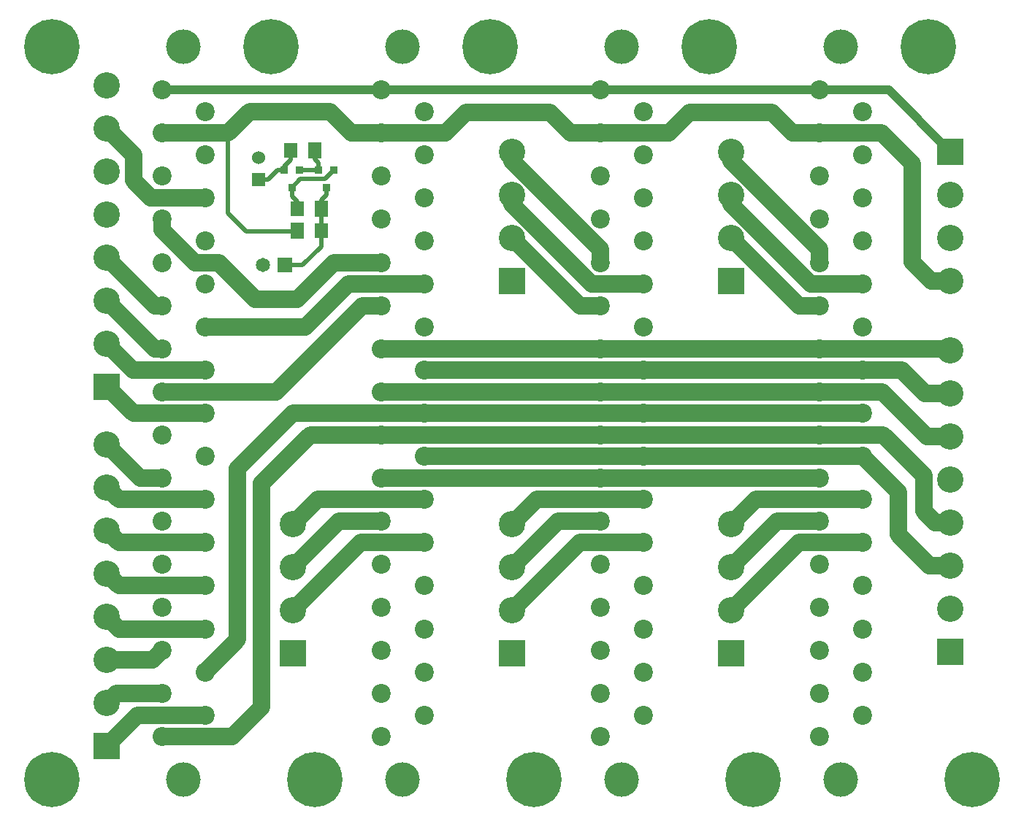
<source format=gtl>
%TF.GenerationSoftware,KiCad,Pcbnew,(6.0.7)*%
%TF.CreationDate,2024-08-18T11:11:24+02:00*%
%TF.ProjectId,BP51,42503531-2e6b-4696-9361-645f70636258,0437 -*%
%TF.SameCoordinates,Original*%
%TF.FileFunction,Copper,L1,Top*%
%TF.FilePolarity,Positive*%
%FSLAX46Y46*%
G04 Gerber Fmt 4.6, Leading zero omitted, Abs format (unit mm)*
G04 Created by KiCad (PCBNEW (6.0.7)) date 2024-08-18 11:11:24*
%MOMM*%
%LPD*%
G01*
G04 APERTURE LIST*
%TA.AperFunction,ComponentPad*%
%ADD10C,6.400800*%
%TD*%
%TA.AperFunction,ComponentPad*%
%ADD11R,3.048000X3.048000*%
%TD*%
%TA.AperFunction,ComponentPad*%
%ADD12C,3.048000*%
%TD*%
%TA.AperFunction,SMDPad,CuDef*%
%ADD13R,1.600200X1.830400*%
%TD*%
%TA.AperFunction,SMDPad,CuDef*%
%ADD14R,1.600200X1.803400*%
%TD*%
%TA.AperFunction,SMDPad,CuDef*%
%ADD15R,0.914400X0.914400*%
%TD*%
%TA.AperFunction,ComponentPad*%
%ADD16R,1.524000X1.524000*%
%TD*%
%TA.AperFunction,ComponentPad*%
%ADD17C,1.524000*%
%TD*%
%TA.AperFunction,ComponentPad*%
%ADD18R,1.651000X1.651000*%
%TD*%
%TA.AperFunction,ComponentPad*%
%ADD19C,1.651000*%
%TD*%
%TA.AperFunction,ComponentPad*%
%ADD20C,2.200000*%
%TD*%
%TA.AperFunction,ComponentPad*%
%ADD21C,4.000000*%
%TD*%
%TA.AperFunction,Conductor*%
%ADD22C,1.000000*%
%TD*%
%TA.AperFunction,Conductor*%
%ADD23C,2.000000*%
%TD*%
%TA.AperFunction,Conductor*%
%ADD24C,0.500000*%
%TD*%
G04 APERTURE END LIST*
D10*
%TO.P,HOLE,*%
%TO.N,*%
X130040000Y-194900000D03*
%TD*%
D11*
%TO.P,P2,1,P1*%
%TO.N,GND*%
X152900000Y-180059360D03*
D12*
%TO.P,P2,2,P2*%
%TO.N,/FP4*%
X152900000Y-175060640D03*
%TO.P,P2,3,P3*%
%TO.N,/FP3*%
X152900000Y-170059380D03*
%TO.P,P2,4,P4*%
%TO.N,/FP1*%
X152900000Y-165060660D03*
%TO.P,P2,5,P5*%
%TO.N,/FP2*%
X152900000Y-160059400D03*
%TO.P,P2,6,P6*%
%TO.N,/FP6*%
X152900000Y-155060680D03*
%TO.P,P2,7,P7*%
%TO.N,/FP5*%
X152900000Y-150059420D03*
%TO.P,P2,8,P8*%
%TO.N,/FP7*%
X152900000Y-145060700D03*
%TD*%
D13*
%TO.P,R1,1*%
%TO.N,+12V*%
X77156000Y-131245400D03*
D14*
%TO.P,R1,2*%
%TO.N,Net-(C1-Pad1)*%
X79950000Y-131245400D03*
%TD*%
D10*
%TO.P,HOLE,*%
%TO.N,*%
X48760000Y-109900000D03*
%TD*%
D11*
%TO.P,P5,1,P1*%
%TO.N,GND*%
X102100000Y-137039360D03*
D12*
%TO.P,P5,2,P2*%
%TO.N,/G500Z*%
X102100000Y-132040640D03*
%TO.P,P5,3,P3*%
%TO.N,/G501Z*%
X102100000Y-127039380D03*
%TO.P,P5,4,P4*%
%TO.N,/G503Z*%
X102100000Y-122040660D03*
%TD*%
D10*
%TO.P,HOLE,*%
%TO.N,*%
X104640000Y-194900000D03*
%TD*%
%TO.P,HOLE,*%
%TO.N,*%
X74160000Y-109900000D03*
%TD*%
%TO.P,HOLE,*%
%TO.N,*%
X99560000Y-109900000D03*
%TD*%
D15*
%TO.P,Q1,1,E*%
%TO.N,Net-(Q1-Pad1)*%
X79670600Y-124209600D03*
%TO.P,Q1,2,B*%
%TO.N,Net-(Q1-Pad2)*%
X81448600Y-124209600D03*
%TO.P,Q1,3,C*%
%TO.N,Net-(C1-Pad1)*%
X80559600Y-126241600D03*
%TD*%
D16*
%TO.P,JP1,1,P1*%
%TO.N,Net-(JP1-Pad1)*%
X72685600Y-125327200D03*
D17*
%TO.P,JP1,2,PM*%
%TO.N,/LN*%
X72685600Y-122787200D03*
%TD*%
D10*
%TO.P,HOLE,*%
%TO.N,*%
X79240000Y-194900000D03*
%TD*%
D18*
%TO.P,C1,1*%
%TO.N,Net-(C1-Pad1)*%
X75770000Y-135200000D03*
D19*
%TO.P,C1,2*%
%TO.N,GND*%
X73230000Y-135200000D03*
%TD*%
D10*
%TO.P,HOLE,*%
%TO.N,*%
X150360000Y-109900000D03*
%TD*%
D15*
%TO.P,Q2,1,E*%
%TO.N,Net-(JP1-Pad1)*%
X75682800Y-124158800D03*
%TO.P,Q2,2,B*%
%TO.N,Net-(Q1-Pad1)*%
X77460800Y-124158800D03*
%TO.P,Q2,3,C*%
%TO.N,Net-(Q1-Pad2)*%
X76571800Y-126190800D03*
%TD*%
D11*
%TO.P,P4,1,P1*%
%TO.N,GND*%
X127500000Y-180219360D03*
D12*
%TO.P,P4,2,P2*%
%TO.N,/OUT2*%
X127500000Y-175220640D03*
%TO.P,P4,3,P3*%
%TO.N,/OUT1*%
X127500000Y-170219380D03*
%TO.P,P4,4,P4*%
%TO.N,/OUT3*%
X127500000Y-165220660D03*
%TD*%
D13*
%TO.P,R2,1*%
%TO.N,Net-(C1-Pad1)*%
X79950000Y-128654600D03*
D14*
%TO.P,R2,2*%
%TO.N,Net-(Q1-Pad2)*%
X77156000Y-128654600D03*
%TD*%
D10*
%TO.P,HOLE,*%
%TO.N,*%
X155440000Y-194900000D03*
%TD*%
D13*
%TO.P,R3,1*%
%TO.N,Net-(Q1-Pad1)*%
X79238800Y-121923600D03*
D14*
%TO.P,R3,2*%
%TO.N,Net-(JP1-Pad1)*%
X76444800Y-121923600D03*
%TD*%
D11*
%TO.P,P7,1,P1*%
%TO.N,/C7*%
X76700000Y-180219360D03*
D12*
%TO.P,P7,2,P2*%
%TO.N,/S4_FPA*%
X76700000Y-175220640D03*
%TO.P,P7,3,P3*%
%TO.N,/GW1_2Z*%
X76700000Y-170219380D03*
%TO.P,P7,4,P4*%
%TO.N,/GW22_24Z*%
X76700000Y-165220660D03*
%TD*%
D11*
%TO.P,P6,1,P1*%
%TO.N,GND*%
X102100000Y-180219360D03*
D12*
%TO.P,P6,2,P2*%
%TO.N,/G504Z*%
X102100000Y-175220640D03*
%TO.P,P6,3,P3*%
%TO.N,/G604ZZ*%
X102100000Y-170219380D03*
%TO.P,P6,4,P4*%
%TO.N,/G505Z*%
X102100000Y-165220660D03*
%TD*%
D11*
%TO.P,P3,1,P1*%
%TO.N,GND*%
X127500000Y-137039360D03*
D12*
%TO.P,P3,2,P2*%
%TO.N,/OUT6*%
X127500000Y-132040640D03*
%TO.P,P3,3,P3*%
%TO.N,/OUT4*%
X127500000Y-127039380D03*
%TO.P,P3,4,P4*%
%TO.N,/OUT5*%
X127500000Y-122040660D03*
%TD*%
D11*
%TO.P,P1,1,P1*%
%TO.N,/LN*%
X152900000Y-122040640D03*
D12*
%TO.P,P1,2,P2*%
%TO.N,GND*%
X152900000Y-127039360D03*
%TO.P,P1,3,P3*%
X152900000Y-132040620D03*
%TO.P,P1,4,P4*%
%TO.N,+12V*%
X152900000Y-137039340D03*
%TD*%
D11*
%TO.P,P9,1,P1*%
%TO.N,/FP1_A*%
X55110000Y-190981360D03*
D12*
%TO.P,P9,2,P2*%
%TO.N,/FP1_D*%
X55110000Y-185982640D03*
%TO.P,P9,3,P3*%
%TO.N,/FP2_A*%
X55110000Y-180981380D03*
%TO.P,P9,4,P4*%
%TO.N,/FP2_D*%
X55110000Y-175982660D03*
%TO.P,P9,5,P5*%
%TO.N,/FP3_A*%
X55110000Y-170981400D03*
%TO.P,P9,6,P6*%
%TO.N,/A7*%
X55110000Y-165982680D03*
%TO.P,P9,7,P7*%
%TO.N,/FP4_A*%
X55110000Y-160981420D03*
%TO.P,P9,8,P8*%
%TO.N,/FP4_D*%
X55110000Y-155982700D03*
%TD*%
D10*
%TO.P,HOLE,*%
%TO.N,*%
X124960000Y-109900000D03*
%TD*%
D11*
%TO.P,P8,1,P1*%
%TO.N,/GW21_G57*%
X55110000Y-149325360D03*
D12*
%TO.P,P8,2,P2*%
%TO.N,/G21_31_41*%
X55110000Y-144326640D03*
%TO.P,P8,3,P3*%
%TO.N,/G1_51*%
X55110000Y-139325380D03*
%TO.P,P8,4,P4*%
%TO.N,/G22_32_42*%
X55110000Y-134326660D03*
%TO.P,P8,5,P5*%
%TO.N,/G2_52*%
X55110000Y-129325400D03*
%TO.P,P8,6,P6*%
%TO.N,/GW21_G57Z*%
X55110000Y-124326680D03*
%TO.P,P8,7,P7*%
%TO.N,/G23_33_43*%
X55110000Y-119325420D03*
%TO.P,P8,8,P8*%
%TO.N,/G3_53*%
X55110000Y-114326700D03*
%TD*%
D10*
%TO.P,HOLE,*%
%TO.N,*%
X48760000Y-194900000D03*
%TD*%
D20*
%TO.P,K2,1,P1*%
%TO.N,/LN*%
X112300000Y-114900000D03*
%TO.P,K2,2,P2*%
%TO.N,GND*%
X117300000Y-117400000D03*
%TO.P,K2,3,P3*%
%TO.N,+12V*%
X112300000Y-119900000D03*
%TO.P,K2,4,P4*%
%TO.N,GND*%
X117300000Y-122400000D03*
%TO.P,K2,5,P5*%
%TO.N,unconnected-(K2-Pad5)*%
X112300000Y-124900000D03*
%TO.P,K2,6,P6*%
%TO.N,unconnected-(K2-Pad6)*%
X117300000Y-127400000D03*
%TO.P,K2,7,P7*%
%TO.N,unconnected-(K2-Pad7)*%
X112300000Y-129900000D03*
%TO.P,K2,8,P8*%
%TO.N,unconnected-(K2-Pad8)*%
X117300000Y-132400000D03*
%TO.P,K2,9,P9*%
%TO.N,/G503Z*%
X112300000Y-134900000D03*
%TO.P,K2,10,P10*%
%TO.N,/G501Z*%
X117300000Y-137400000D03*
%TO.P,K2,11,P11*%
%TO.N,/G500Z*%
X112300000Y-139900000D03*
%TO.P,K2,12,P12*%
%TO.N,unconnected-(K2-Pad12)*%
X117300000Y-142400000D03*
%TO.P,K2,13,P13*%
%TO.N,/FP7*%
X112300000Y-144900000D03*
%TO.P,K2,14,P14*%
%TO.N,/FP5*%
X117300000Y-147400000D03*
%TO.P,K2,15,P15*%
%TO.N,/FP6*%
X112300000Y-149900000D03*
%TO.P,K2,16,P16*%
%TO.N,/FP2*%
X117300000Y-152400000D03*
%TO.P,K2,17,P17*%
%TO.N,/FP1*%
X112300000Y-154900000D03*
%TO.P,K2,18,P18*%
%TO.N,/FP3*%
X117300000Y-157400000D03*
%TO.P,K2,19,P19*%
%TO.N,/FP4*%
X112300000Y-159900000D03*
%TO.P,K2,20,P20*%
%TO.N,/G505Z*%
X117300000Y-162400000D03*
%TO.P,K2,21,P21*%
%TO.N,/G604ZZ*%
X112300000Y-164900000D03*
%TO.P,K2,22,P22*%
%TO.N,/G504Z*%
X117300000Y-167400000D03*
%TO.P,K2,23,P23*%
%TO.N,unconnected-(K2-Pad23)*%
X112300000Y-169900000D03*
%TO.P,K2,24,P24*%
%TO.N,unconnected-(K2-Pad24)*%
X117300000Y-172400000D03*
%TO.P,K2,25,P25*%
%TO.N,unconnected-(K2-Pad25)*%
X112300000Y-174900000D03*
%TO.P,K2,26,P26*%
%TO.N,unconnected-(K2-Pad26)*%
X117300000Y-177401220D03*
%TO.P,K2,27,P27*%
%TO.N,unconnected-(K2-Pad27)*%
X112300000Y-179900000D03*
%TO.P,K2,28,P28*%
%TO.N,unconnected-(K2-Pad28)*%
X117300000Y-182399940D03*
%TO.P,K2,29,P29*%
%TO.N,unconnected-(K2-Pad29)*%
X112300000Y-184900000D03*
%TO.P,K2,30,P30*%
%TO.N,unconnected-(K2-Pad30)*%
X117300000Y-187400000D03*
%TO.P,K2,31,P31*%
%TO.N,unconnected-(K2-Pad31)*%
X112300000Y-189900000D03*
D21*
%TO.P,K2,H1*%
%TO.N,N/C*%
X114800000Y-109900000D03*
%TO.P,K2,H2*%
X114800000Y-194900000D03*
%TD*%
D20*
%TO.P,K4,1,P1*%
%TO.N,/LN*%
X61500000Y-114900000D03*
%TO.P,K4,2,P2*%
%TO.N,GND*%
X66500000Y-117400000D03*
%TO.P,K4,3,P3*%
%TO.N,+12V*%
X61500000Y-119900000D03*
%TO.P,K4,4,P4*%
%TO.N,GND*%
X66500000Y-122400000D03*
%TO.P,K4,5,P5*%
%TO.N,/G3_53*%
X61500000Y-124900000D03*
%TO.P,K4,6,P6*%
%TO.N,/G23_33_43*%
X66500000Y-127400000D03*
%TO.P,K4,7,P7*%
%TO.N,/G3Z*%
X61500000Y-129900000D03*
%TO.P,K4,8,P8*%
%TO.N,/GW21_G57Z*%
X66500000Y-132400000D03*
%TO.P,K4,9,P9*%
%TO.N,/GW21_G57*%
X61500000Y-134900000D03*
%TO.P,K4,10,P10*%
%TO.N,/G2_52*%
X66500000Y-137400000D03*
%TO.P,K4,11,P11*%
%TO.N,/G22_32_42*%
X61500000Y-139900000D03*
%TO.P,K4,12,P12*%
%TO.N,/G2Z*%
X66500000Y-142400000D03*
%TO.P,K4,13,P13*%
%TO.N,/G1_51*%
X61500000Y-144900000D03*
%TO.P,K4,14,P14*%
%TO.N,/G21_31_41*%
X66500000Y-147400000D03*
%TO.P,K4,15,P15*%
%TO.N,/G1Z*%
X61500000Y-149900000D03*
%TO.P,K4,16,P16*%
%TO.N,/GW21_G57*%
X66500000Y-152400000D03*
%TO.P,K4,17,P17*%
%TO.N,/GW22_24Z*%
X61500000Y-154900000D03*
%TO.P,K4,18,P18*%
%TO.N,unconnected-(K4-Pad18)*%
X66500000Y-157400000D03*
%TO.P,K4,19,P19*%
%TO.N,/FP4_D*%
X61500000Y-159900000D03*
%TO.P,K4,20,P20*%
%TO.N,/FP4_A*%
X66500000Y-162400000D03*
%TO.P,K4,21,P21*%
%TO.N,/FP4*%
X61500000Y-164900000D03*
%TO.P,K4,22,P22*%
%TO.N,/A7*%
X66500000Y-167400000D03*
%TO.P,K4,23,P23*%
%TO.N,/C7*%
X61500000Y-169900000D03*
%TO.P,K4,24,P24*%
%TO.N,/FP3_A*%
X66500000Y-172400000D03*
%TO.P,K4,25,P25*%
%TO.N,/FP3*%
X61500000Y-174900000D03*
%TO.P,K4,26,P26*%
%TO.N,/FP2_D*%
X66500000Y-177401220D03*
%TO.P,K4,27,P27*%
%TO.N,/FP2_A*%
X61500000Y-179900000D03*
%TO.P,K4,28,P28*%
%TO.N,/FP2*%
X66500000Y-182399940D03*
%TO.P,K4,29,P29*%
%TO.N,/FP1_D*%
X61500000Y-184900000D03*
%TO.P,K4,30,P30*%
%TO.N,/FP1_A*%
X66500000Y-187400000D03*
%TO.P,K4,31,P31*%
%TO.N,/FP1*%
X61500000Y-189900000D03*
D21*
%TO.P,K4,H1*%
%TO.N,N/C*%
X64000000Y-109900000D03*
%TO.P,K4,H2*%
X64000000Y-194900000D03*
%TD*%
D20*
%TO.P,K1,1,P1*%
%TO.N,/LN*%
X137700000Y-114900000D03*
%TO.P,K1,2,P2*%
%TO.N,GND*%
X142700000Y-117400000D03*
%TO.P,K1,3,P3*%
%TO.N,+12V*%
X137700000Y-119900000D03*
%TO.P,K1,4,P4*%
%TO.N,GND*%
X142700000Y-122400000D03*
%TO.P,K1,5,P5*%
%TO.N,unconnected-(K1-Pad5)*%
X137700000Y-124900000D03*
%TO.P,K1,6,P6*%
%TO.N,unconnected-(K1-Pad6)*%
X142700000Y-127400000D03*
%TO.P,K1,7,P7*%
%TO.N,unconnected-(K1-Pad7)*%
X137700000Y-129900000D03*
%TO.P,K1,8,P8*%
%TO.N,unconnected-(K1-Pad8)*%
X142700000Y-132400000D03*
%TO.P,K1,9,P9*%
%TO.N,/OUT5*%
X137700000Y-134900000D03*
%TO.P,K1,10,P10*%
%TO.N,/OUT4*%
X142700000Y-137400000D03*
%TO.P,K1,11,P11*%
%TO.N,/OUT6*%
X137700000Y-139900000D03*
%TO.P,K1,12,P12*%
%TO.N,unconnected-(K1-Pad12)*%
X142700000Y-142400000D03*
%TO.P,K1,13,P13*%
%TO.N,/FP7*%
X137700000Y-144900000D03*
%TO.P,K1,14,P14*%
%TO.N,/FP5*%
X142700000Y-147400000D03*
%TO.P,K1,15,P15*%
%TO.N,/FP6*%
X137700000Y-149900000D03*
%TO.P,K1,16,P16*%
%TO.N,/FP2*%
X142700000Y-152400000D03*
%TO.P,K1,17,P17*%
%TO.N,/FP1*%
X137700000Y-154900000D03*
%TO.P,K1,18,P18*%
%TO.N,/FP3*%
X142700000Y-157400000D03*
%TO.P,K1,19,P19*%
%TO.N,/FP4*%
X137700000Y-159900000D03*
%TO.P,K1,20,P20*%
%TO.N,/OUT3*%
X142700000Y-162400000D03*
%TO.P,K1,21,P21*%
%TO.N,/OUT1*%
X137700000Y-164900000D03*
%TO.P,K1,22,P22*%
%TO.N,/OUT2*%
X142700000Y-167400000D03*
%TO.P,K1,23,P23*%
%TO.N,unconnected-(K1-Pad23)*%
X137700000Y-169900000D03*
%TO.P,K1,24,P24*%
%TO.N,unconnected-(K1-Pad24)*%
X142700000Y-172400000D03*
%TO.P,K1,25,P25*%
%TO.N,unconnected-(K1-Pad25)*%
X137700000Y-174900000D03*
%TO.P,K1,26,P26*%
%TO.N,unconnected-(K1-Pad26)*%
X142700000Y-177401220D03*
%TO.P,K1,27,P27*%
%TO.N,unconnected-(K1-Pad27)*%
X137700000Y-179900000D03*
%TO.P,K1,28,P28*%
%TO.N,unconnected-(K1-Pad28)*%
X142700000Y-182399940D03*
%TO.P,K1,29,P29*%
%TO.N,unconnected-(K1-Pad29)*%
X137700000Y-184900000D03*
%TO.P,K1,30,P30*%
%TO.N,unconnected-(K1-Pad30)*%
X142700000Y-187400000D03*
%TO.P,K1,31,P31*%
%TO.N,unconnected-(K1-Pad31)*%
X137700000Y-189900000D03*
D21*
%TO.P,K1,H1*%
%TO.N,N/C*%
X140200000Y-109900000D03*
%TO.P,K1,H2*%
X140200000Y-194900000D03*
%TD*%
D20*
%TO.P,K3,1,P1*%
%TO.N,/LN*%
X86900000Y-114900000D03*
%TO.P,K3,2,P2*%
%TO.N,GND*%
X91900000Y-117400000D03*
%TO.P,K3,3,P3*%
%TO.N,+12V*%
X86900000Y-119900000D03*
%TO.P,K3,4,P4*%
%TO.N,GND*%
X91900000Y-122400000D03*
%TO.P,K3,5,P5*%
%TO.N,unconnected-(K3-Pad5)*%
X86900000Y-124900000D03*
%TO.P,K3,6,P6*%
%TO.N,unconnected-(K3-Pad6)*%
X91900000Y-127400000D03*
%TO.P,K3,7,P7*%
%TO.N,unconnected-(K3-Pad7)*%
X86900000Y-129900000D03*
%TO.P,K3,8,P8*%
%TO.N,unconnected-(K3-Pad8)*%
X91900000Y-132400000D03*
%TO.P,K3,9,P9*%
%TO.N,/G3Z*%
X86900000Y-134900000D03*
%TO.P,K3,10,P10*%
%TO.N,/G2Z*%
X91900000Y-137400000D03*
%TO.P,K3,11,P11*%
%TO.N,/G1Z*%
X86900000Y-139900000D03*
%TO.P,K3,12,P12*%
%TO.N,unconnected-(K3-Pad12)*%
X91900000Y-142400000D03*
%TO.P,K3,13,P13*%
%TO.N,/FP7*%
X86900000Y-144900000D03*
%TO.P,K3,14,P14*%
%TO.N,/FP5*%
X91900000Y-147400000D03*
%TO.P,K3,15,P15*%
%TO.N,/FP6*%
X86900000Y-149900000D03*
%TO.P,K3,16,P16*%
%TO.N,/FP2*%
X91900000Y-152400000D03*
%TO.P,K3,17,P17*%
%TO.N,/FP1*%
X86900000Y-154900000D03*
%TO.P,K3,18,P18*%
%TO.N,/FP3*%
X91900000Y-157400000D03*
%TO.P,K3,19,P19*%
%TO.N,/FP4*%
X86900000Y-159900000D03*
%TO.P,K3,20,P20*%
%TO.N,/GW22_24Z*%
X91900000Y-162400000D03*
%TO.P,K3,21,P21*%
%TO.N,/GW1_2Z*%
X86900000Y-164900000D03*
%TO.P,K3,22,P22*%
%TO.N,/S4_FPA*%
X91900000Y-167400000D03*
%TO.P,K3,23,P23*%
%TO.N,unconnected-(K3-Pad23)*%
X86900000Y-169900000D03*
%TO.P,K3,24,P24*%
%TO.N,unconnected-(K3-Pad24)*%
X91900000Y-172400000D03*
%TO.P,K3,25,P25*%
%TO.N,unconnected-(K3-Pad25)*%
X86900000Y-174900000D03*
%TO.P,K3,26,P26*%
%TO.N,unconnected-(K3-Pad26)*%
X91900000Y-177401220D03*
%TO.P,K3,27,P27*%
%TO.N,unconnected-(K3-Pad27)*%
X86900000Y-179900000D03*
%TO.P,K3,28,P28*%
%TO.N,unconnected-(K3-Pad28)*%
X91900000Y-182399940D03*
%TO.P,K3,29,P29*%
%TO.N,unconnected-(K3-Pad29)*%
X86900000Y-184900000D03*
%TO.P,K3,30,P30*%
%TO.N,unconnected-(K3-Pad30)*%
X91900000Y-187400000D03*
%TO.P,K3,31,P31*%
%TO.N,unconnected-(K3-Pad31)*%
X86900000Y-189900000D03*
D21*
%TO.P,K3,H1*%
%TO.N,N/C*%
X89400000Y-109900000D03*
%TO.P,K3,H2*%
X89400000Y-194900000D03*
%TD*%
D22*
%TO.N,/LN*%
X145759360Y-114900000D02*
X152900000Y-122040640D01*
X86900000Y-114900000D02*
X61500000Y-114900000D01*
X137700000Y-114900000D02*
X145759360Y-114900000D01*
X137700000Y-114900000D02*
X112300000Y-114900000D01*
X112300000Y-114900000D02*
X86900000Y-114900000D01*
D23*
%TO.N,+12V*%
X150689340Y-137039340D02*
X152900000Y-137039340D01*
X144950000Y-119900000D02*
X148500000Y-123450000D01*
D24*
X75301800Y-131270800D02*
X71270800Y-131270800D01*
X77130600Y-131270800D02*
X77156000Y-131245400D01*
D23*
X122674000Y-117500400D02*
X132224400Y-117500400D01*
D24*
X71270800Y-131270800D02*
X69169600Y-129169600D01*
D23*
X83493800Y-119900000D02*
X86900000Y-119900000D01*
X94391800Y-119900000D02*
X96791400Y-117500400D01*
X148500000Y-134850000D02*
X150689340Y-137039340D01*
X108893800Y-119900000D02*
X112300000Y-119900000D01*
X132224400Y-117500400D02*
X134624000Y-119900000D01*
X112300000Y-119900000D02*
X120274400Y-119900000D01*
D24*
X75301800Y-131270800D02*
X77130600Y-131270800D01*
D23*
X61500000Y-119900000D02*
X69169600Y-119900000D01*
X137700000Y-119900000D02*
X144950000Y-119900000D01*
X134624000Y-119900000D02*
X137700000Y-119900000D01*
X86900000Y-119900000D02*
X94391800Y-119900000D01*
X106494200Y-117500400D02*
X108893800Y-119900000D01*
X69169600Y-119900000D02*
X71696200Y-117373400D01*
X148500000Y-123450000D02*
X148500000Y-134850000D01*
D24*
X69169600Y-129169600D02*
X69169600Y-119900000D01*
D23*
X71696200Y-117373400D02*
X80967200Y-117373400D01*
X80967200Y-117373400D02*
X83493800Y-119900000D01*
X96791400Y-117500400D02*
X106494200Y-117500400D01*
X120274400Y-119900000D02*
X122674000Y-117500400D01*
%TO.N,/OUT5*%
X137700000Y-133344366D02*
X127500000Y-123144366D01*
X137700000Y-134900000D02*
X137700000Y-133344366D01*
X127500000Y-123144366D02*
X127500000Y-122040660D01*
%TO.N,/FP1_A*%
X66500000Y-187400000D02*
X58691360Y-187400000D01*
X58691360Y-187400000D02*
X55110000Y-190981360D01*
%TO.N,/FP4_A*%
X56528580Y-162400000D02*
X55110000Y-160981420D01*
X66500000Y-162400000D02*
X56528580Y-162400000D01*
%TO.N,/FP3_A*%
X56528600Y-172400000D02*
X55110000Y-170981400D01*
X66500000Y-172400000D02*
X56528600Y-172400000D01*
%TO.N,/OUT4*%
X142700000Y-137400000D02*
X136711678Y-137400000D01*
X136711678Y-137400000D02*
X127500000Y-128188322D01*
X127500000Y-128188322D02*
X127500000Y-127039380D01*
%TO.N,/OUT6*%
X137700000Y-139900000D02*
X135359360Y-139900000D01*
X135359360Y-139900000D02*
X127500000Y-132040640D01*
%TO.N,/FP2_A*%
X55110000Y-180981380D02*
X60418620Y-180981380D01*
X60418620Y-180981380D02*
X61500000Y-179900000D01*
%TO.N,/FP6*%
X86900000Y-149900000D02*
X112300000Y-149900000D01*
X137700000Y-149900000D02*
X145050000Y-149900000D01*
X112300000Y-149900000D02*
X137700000Y-149900000D01*
X150210680Y-155060680D02*
X152900000Y-155060680D01*
X145050000Y-149900000D02*
X150210680Y-155060680D01*
%TO.N,/FP7*%
X152739300Y-144900000D02*
X152900000Y-145060700D01*
X86900000Y-144900000D02*
X112300000Y-144900000D01*
X112300000Y-144900000D02*
X137700000Y-144900000D01*
X137700000Y-144900000D02*
X152739300Y-144900000D01*
%TO.N,/FP2_D*%
X56528560Y-177401220D02*
X55110000Y-175982660D01*
X66500000Y-177401220D02*
X56528560Y-177401220D01*
%TO.N,/FP1*%
X78700000Y-154900000D02*
X86900000Y-154900000D01*
X149800000Y-159600000D02*
X149800000Y-163750000D01*
X86900000Y-154900000D02*
X112300000Y-154900000D01*
X73050000Y-186500000D02*
X73050000Y-160550000D01*
X73050000Y-160550000D02*
X78700000Y-154900000D01*
X149800000Y-163750000D02*
X151110660Y-165060660D01*
X69650000Y-189900000D02*
X73050000Y-186500000D01*
X112300000Y-154900000D02*
X137700000Y-154900000D01*
X137700000Y-154900000D02*
X145100000Y-154900000D01*
X145100000Y-154900000D02*
X149800000Y-159600000D01*
X61500000Y-189900000D02*
X69650000Y-189900000D01*
X151110660Y-165060660D02*
X152900000Y-165060660D01*
%TO.N,/FP4*%
X137700000Y-159900000D02*
X112300000Y-159900000D01*
X112300000Y-159900000D02*
X86900000Y-159900000D01*
%TO.N,/A7*%
X66500000Y-167400000D02*
X56527320Y-167400000D01*
X56527320Y-167400000D02*
X55110000Y-165982680D01*
%TO.N,/FP1_D*%
X56192640Y-184900000D02*
X55110000Y-185982640D01*
X61500000Y-184900000D02*
X56192640Y-184900000D01*
%TO.N,/FP4_D*%
X61500000Y-159900000D02*
X59027300Y-159900000D01*
X59027300Y-159900000D02*
X55110000Y-155982700D01*
%TO.N,/FP3*%
X142700000Y-157400000D02*
X146850000Y-161550000D01*
X146850000Y-161550000D02*
X146850000Y-166450000D01*
X146850000Y-166450000D02*
X150459380Y-170059380D01*
X150459380Y-170059380D02*
X152900000Y-170059380D01*
X117300000Y-157400000D02*
X91900000Y-157400000D01*
X142700000Y-157400000D02*
X117300000Y-157400000D01*
%TO.N,/FP5*%
X147300000Y-147400000D02*
X149959420Y-150059420D01*
X117300000Y-147400000D02*
X91900000Y-147400000D01*
X142700000Y-147400000D02*
X147300000Y-147400000D01*
X142700000Y-147400000D02*
X117300000Y-147400000D01*
X149959420Y-150059420D02*
X152900000Y-150059420D01*
%TO.N,/FP2*%
X117300000Y-152400000D02*
X91900000Y-152400000D01*
X70250000Y-178649940D02*
X70250000Y-158850000D01*
X66500000Y-182399940D02*
X70250000Y-178649940D01*
X142700000Y-152400000D02*
X117300000Y-152400000D01*
X70250000Y-158850000D02*
X76700000Y-152400000D01*
X76700000Y-152400000D02*
X91900000Y-152400000D01*
%TO.N,/G501Z*%
X111311678Y-137400000D02*
X102100000Y-128188322D01*
X117300000Y-137400000D02*
X111311678Y-137400000D01*
X102100000Y-128188322D02*
X102100000Y-127039380D01*
%TO.N,/G3Z*%
X81450000Y-134900000D02*
X86900000Y-134900000D01*
X61500000Y-129900000D02*
X61500000Y-131150000D01*
X77200000Y-139150000D02*
X81450000Y-134900000D01*
X61500000Y-131150000D02*
X65300000Y-134950000D01*
X68100000Y-134950000D02*
X72300000Y-139150000D01*
X65300000Y-134950000D02*
X68100000Y-134950000D01*
X72300000Y-139150000D02*
X77200000Y-139150000D01*
%TO.N,/G2Z*%
X83100000Y-137400000D02*
X78100000Y-142400000D01*
X78100000Y-142400000D02*
X66500000Y-142400000D01*
X91900000Y-137400000D02*
X83100000Y-137400000D01*
%TO.N,/OUT3*%
X142700000Y-162400000D02*
X130320660Y-162400000D01*
X130320660Y-162400000D02*
X127500000Y-165220660D01*
D24*
%TO.N,Net-(C1-Pad1)*%
X79950000Y-128654600D02*
X79950000Y-127664000D01*
X79899200Y-131296200D02*
X79950000Y-131245400D01*
X77800000Y-135200000D02*
X75770000Y-135200000D01*
X79950000Y-131245400D02*
X79950000Y-133050000D01*
X80559600Y-127054400D02*
X80559600Y-126241600D01*
X79950000Y-133050000D02*
X77800000Y-135200000D01*
X79950000Y-131245400D02*
X79950000Y-128654600D01*
X79950000Y-127664000D02*
X80559600Y-127054400D01*
%TO.N,Net-(JP1-Pad1)*%
X75682800Y-123727000D02*
X76444800Y-122965000D01*
X76444800Y-122965000D02*
X76444800Y-121923600D01*
X75682800Y-124158800D02*
X75682800Y-123727000D01*
X74946200Y-124158800D02*
X75682800Y-124158800D01*
X73777800Y-125327200D02*
X74946200Y-124158800D01*
X72685600Y-125327200D02*
X73777800Y-125327200D01*
%TO.N,Net-(Q1-Pad2)*%
X81448600Y-124209600D02*
X80432600Y-125225600D01*
X77156000Y-127791000D02*
X76571800Y-127206800D01*
X77156000Y-128654600D02*
X77156000Y-127791000D01*
X77537000Y-125225600D02*
X76571800Y-126190800D01*
X80432600Y-125225600D02*
X77537000Y-125225600D01*
X76571800Y-127206800D02*
X76571800Y-126190800D01*
%TO.N,Net-(Q1-Pad1)*%
X77460800Y-124158800D02*
X79619800Y-124158800D01*
X79619800Y-124158800D02*
X79670600Y-124209600D01*
X79670600Y-123320600D02*
X79238800Y-122888800D01*
X79670600Y-124209600D02*
X79670600Y-123320600D01*
X79238800Y-122888800D02*
X79238800Y-121923600D01*
D23*
%TO.N,/OUT1*%
X137700000Y-164900000D02*
X132819380Y-164900000D01*
X132819380Y-164900000D02*
X127500000Y-170219380D01*
%TO.N,/OUT2*%
X135320640Y-167400000D02*
X127500000Y-175220640D01*
X142700000Y-167400000D02*
X135320640Y-167400000D01*
%TO.N,/G1Z*%
X84750000Y-139900000D02*
X74750000Y-149900000D01*
X86900000Y-139900000D02*
X84750000Y-139900000D01*
X74750000Y-149900000D02*
X61500000Y-149900000D01*
%TO.N,/GW22_24Z*%
X79520660Y-162400000D02*
X91900000Y-162400000D01*
X76700000Y-165220660D02*
X79520660Y-162400000D01*
%TO.N,/GW21_G57*%
X66500000Y-152400000D02*
X58184640Y-152400000D01*
X58184640Y-152400000D02*
X55110000Y-149325360D01*
%TO.N,/G23_33_43*%
X60200000Y-127400000D02*
X58184580Y-125384580D01*
X58184580Y-125384580D02*
X58184580Y-122400000D01*
X66500000Y-127400000D02*
X60200000Y-127400000D01*
X58184580Y-122400000D02*
X55110000Y-119325420D01*
%TO.N,/G22_32_42*%
X61500000Y-139900000D02*
X60683340Y-139900000D01*
X60683340Y-139900000D02*
X55110000Y-134326660D01*
%TO.N,/G1_51*%
X61500000Y-144900000D02*
X60684620Y-144900000D01*
X60684620Y-144900000D02*
X55110000Y-139325380D01*
%TO.N,/G21_31_41*%
X66500000Y-147400000D02*
X58183360Y-147400000D01*
X58183360Y-147400000D02*
X55110000Y-144326640D01*
%TO.N,/GW1_2Z*%
X82019380Y-164900000D02*
X76700000Y-170219380D01*
X86900000Y-164900000D02*
X82019380Y-164900000D01*
%TO.N,/G503Z*%
X112300000Y-134900000D02*
X112300000Y-133344366D01*
X112300000Y-133344366D02*
X102100000Y-123144366D01*
X102100000Y-123144366D02*
X102100000Y-122040660D01*
%TO.N,/G500Z*%
X112300000Y-139900000D02*
X109959360Y-139900000D01*
X109959360Y-139900000D02*
X102100000Y-132040640D01*
%TO.N,/G505Z*%
X104920660Y-162400000D02*
X102100000Y-165220660D01*
X117300000Y-162400000D02*
X104920660Y-162400000D01*
%TO.N,/G604ZZ*%
X107419380Y-164900000D02*
X102100000Y-170219380D01*
X112300000Y-164900000D02*
X107419380Y-164900000D01*
%TO.N,/G504Z*%
X109920640Y-167400000D02*
X102100000Y-175220640D01*
X117300000Y-167400000D02*
X109920640Y-167400000D01*
%TO.N,/S4_FPA*%
X91900000Y-167400000D02*
X84520640Y-167400000D01*
X84520640Y-167400000D02*
X76700000Y-175220640D01*
%TD*%
M02*

</source>
